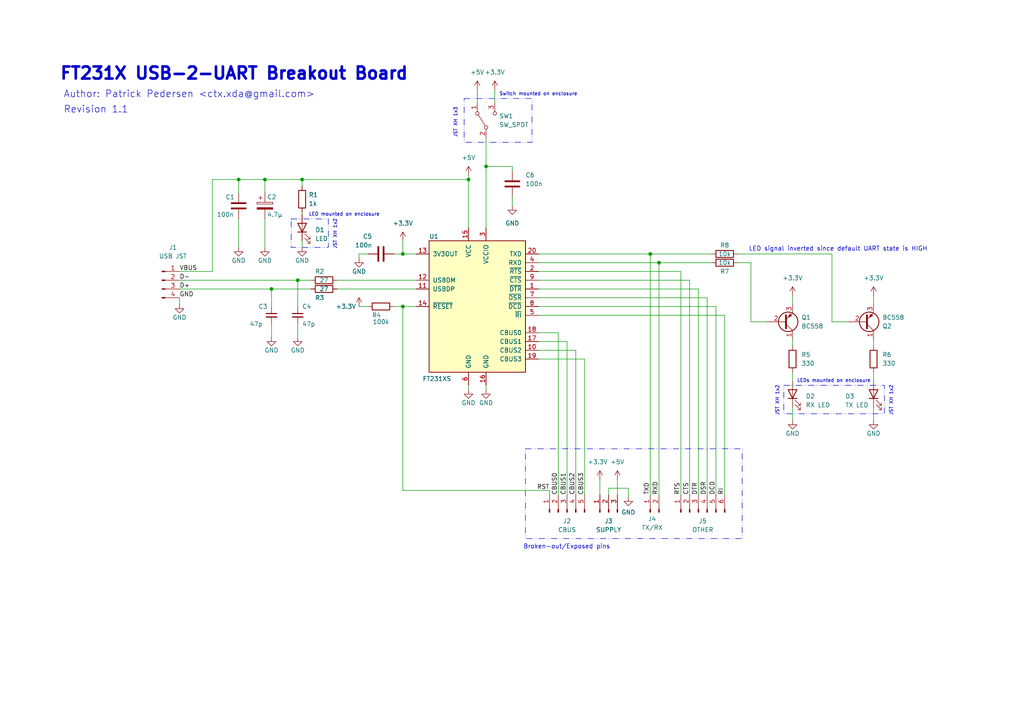
<source format=kicad_sch>
(kicad_sch (version 20230121) (generator eeschema)
  (paper "A4")
  (title_block (title "FT231X USB 2 UART Breakout") (date "2024-02-06") (rev "Rev 1.1") (company "TU-DO Makerspace") (comment 2 "License: CERN-OHL-P") (comment 3 "Email: ctx.xda@gmail.com") (comment 4 "Author: Patrick Pedersen"))
  (lib_symbols
    (symbol "Connector:Conn_01x02_Pin" (pin_names (offset 1.016) hide)
      (property "Reference" "J" (at 0 2.54 0))
      (property "Value" "Conn_01x02_Pin" (at 0 -5.08 0))
      (symbol "Conn_01x02_Pin_1_1"
        (polyline (pts (xy 1.27 -2.54) (xy 0.8636 -2.54)) (stroke (width 0.1524)))
        (polyline (pts (xy 1.27 0) (xy 0.8636 0)) (stroke (width 0.1524)))
        (rectangle (start 0.8636 -2.413) (end 0 -2.667) (stroke (width 0.1524)) (fill (type outline)))
        (rectangle (start 0.8636 0.127) (end 0 -0.127) (stroke (width 0.1524)) (fill (type outline)))
        (pin passive line (at 5.08 0 180) (length 3.81) (name "Pin_1") (number "1"))
        (pin passive line (at 5.08 -2.54 180) (length 3.81) (name "Pin_2") (number "2"))
      )
    )
    (symbol "Connector:Conn_01x03_Pin" (pin_names (offset 1.016) hide)
      (property "Reference" "J" (at 0 5.08 0))
      (property "Value" "Conn_01x03_Pin" (at 0 -5.08 0))
      (symbol "Conn_01x03_Pin_1_1"
        (polyline (pts (xy 1.27 -2.54) (xy 0.8636 -2.54)) (stroke (width 0.1524)))
        (polyline (pts (xy 1.27 0) (xy 0.8636 0)) (stroke (width 0.1524)))
        (polyline (pts (xy 1.27 2.54) (xy 0.8636 2.54)) (stroke (width 0.1524)))
        (rectangle (start 0.8636 -2.413) (end 0 -2.667) (stroke (width 0.1524)) (fill (type outline)))
        (rectangle (start 0.8636 0.127) (end 0 -0.127) (stroke (width 0.1524)) (fill (type outline)))
        (rectangle (start 0.8636 2.667) (end 0 2.413) (stroke (width 0.1524)) (fill (type outline)))
        (pin passive line (at 5.08 2.54 180) (length 3.81) (name "Pin_1") (number "1"))
        (pin passive line (at 5.08 0 180) (length 3.81) (name "Pin_2") (number "2"))
        (pin passive line (at 5.08 -2.54 180) (length 3.81) (name "Pin_3") (number "3"))
      )
    )
    (symbol "Connector:Conn_01x04_Pin" (pin_names (offset 1.016) hide)
      (property "Reference" "J" (at 0 5.08 0))
      (property "Value" "Conn_01x04_Pin" (at 0 -7.62 0))
      (symbol "Conn_01x04_Pin_1_1"
        (polyline (pts (xy 1.27 -5.08) (xy 0.8636 -5.08)) (stroke (width 0.1524)))
        (polyline (pts (xy 1.27 -2.54) (xy 0.8636 -2.54)) (stroke (width 0.1524)))
        (polyline (pts (xy 1.27 0) (xy 0.8636 0)) (stroke (width 0.1524)))
        (polyline (pts (xy 1.27 2.54) (xy 0.8636 2.54)) (stroke (width 0.1524)))
        (rectangle (start 0.8636 -4.953) (end 0 -5.207) (stroke (width 0.1524)) (fill (type outline)))
        (rectangle (start 0.8636 -2.413) (end 0 -2.667) (stroke (width 0.1524)) (fill (type outline)))
        (rectangle (start 0.8636 0.127) (end 0 -0.127) (stroke (width 0.1524)) (fill (type outline)))
        (rectangle (start 0.8636 2.667) (end 0 2.413) (stroke (width 0.1524)) (fill (type outline)))
        (pin passive line (at 5.08 2.54 180) (length 3.81) (name "Pin_1") (number "1"))
        (pin passive line (at 5.08 0 180) (length 3.81) (name "Pin_2") (number "2"))
        (pin passive line (at 5.08 -2.54 180) (length 3.81) (name "Pin_3") (number "3"))
        (pin passive line (at 5.08 -5.08 180) (length 3.81) (name "Pin_4") (number "4"))
      )
    )
    (symbol "Connector:Conn_01x05_Pin" (pin_names (offset 1.016) hide)
      (property "Reference" "J" (at 0 7.62 0))
      (property "Value" "Conn_01x05_Pin" (at 0 -7.62 0))
      (symbol "Conn_01x05_Pin_1_1"
        (polyline (pts (xy 1.27 -5.08) (xy 0.8636 -5.08)) (stroke (width 0.1524)))
        (polyline (pts (xy 1.27 -2.54) (xy 0.8636 -2.54)) (stroke (width 0.1524)))
        (polyline (pts (xy 1.27 0) (xy 0.8636 0)) (stroke (width 0.1524)))
        (polyline (pts (xy 1.27 2.54) (xy 0.8636 2.54)) (stroke (width 0.1524)))
        (polyline (pts (xy 1.27 5.08) (xy 0.8636 5.08)) (stroke (width 0.1524)))
        (rectangle (start 0.8636 -4.953) (end 0 -5.207) (stroke (width 0.1524)) (fill (type outline)))
        (rectangle (start 0.8636 -2.413) (end 0 -2.667) (stroke (width 0.1524)) (fill (type outline)))
        (rectangle (start 0.8636 0.127) (end 0 -0.127) (stroke (width 0.1524)) (fill (type outline)))
        (rectangle (start 0.8636 2.667) (end 0 2.413) (stroke (width 0.1524)) (fill (type outline)))
        (rectangle (start 0.8636 5.207) (end 0 4.953) (stroke (width 0.1524)) (fill (type outline)))
        (pin passive line (at 5.08 5.08 180) (length 3.81) (name "Pin_1") (number "1"))
        (pin passive line (at 5.08 2.54 180) (length 3.81) (name "Pin_2") (number "2"))
        (pin passive line (at 5.08 0 180) (length 3.81) (name "Pin_3") (number "3"))
        (pin passive line (at 5.08 -2.54 180) (length 3.81) (name "Pin_4") (number "4"))
        (pin passive line (at 5.08 -5.08 180) (length 3.81) (name "Pin_5") (number "5"))
      )
    )
    (symbol "Connector:Conn_01x06_Pin" (pin_names (offset 1.016) hide)
      (property "Reference" "J" (at 0 7.62 0))
      (property "Value" "Conn_01x06_Pin" (at 0 -10.16 0))
      (symbol "Conn_01x06_Pin_1_1"
        (polyline (pts (xy 1.27 -7.62) (xy 0.8636 -7.62)) (stroke (width 0.1524)))
        (polyline (pts (xy 1.27 -5.08) (xy 0.8636 -5.08)) (stroke (width 0.1524)))
        (polyline (pts (xy 1.27 -2.54) (xy 0.8636 -2.54)) (stroke (width 0.1524)))
        (polyline (pts (xy 1.27 0) (xy 0.8636 0)) (stroke (width 0.1524)))
        (polyline (pts (xy 1.27 2.54) (xy 0.8636 2.54)) (stroke (width 0.1524)))
        (polyline (pts (xy 1.27 5.08) (xy 0.8636 5.08)) (stroke (width 0.1524)))
        (rectangle (start 0.8636 -7.493) (end 0 -7.747) (stroke (width 0.1524)) (fill (type outline)))
        (rectangle (start 0.8636 -4.953) (end 0 -5.207) (stroke (width 0.1524)) (fill (type outline)))
        (rectangle (start 0.8636 -2.413) (end 0 -2.667) (stroke (width 0.1524)) (fill (type outline)))
        (rectangle (start 0.8636 0.127) (end 0 -0.127) (stroke (width 0.1524)) (fill (type outline)))
        (rectangle (start 0.8636 2.667) (end 0 2.413) (stroke (width 0.1524)) (fill (type outline)))
        (rectangle (start 0.8636 5.207) (end 0 4.953) (stroke (width 0.1524)) (fill (type outline)))
        (pin passive line (at 5.08 5.08 180) (length 3.81) (name "Pin_1") (number "1"))
        (pin passive line (at 5.08 2.54 180) (length 3.81) (name "Pin_2") (number "2"))
        (pin passive line (at 5.08 0 180) (length 3.81) (name "Pin_3") (number "3"))
        (pin passive line (at 5.08 -2.54 180) (length 3.81) (name "Pin_4") (number "4"))
        (pin passive line (at 5.08 -5.08 180) (length 3.81) (name "Pin_5") (number "5"))
        (pin passive line (at 5.08 -7.62 180) (length 3.81) (name "Pin_6") (number "6"))
      )
    )
    (symbol "Device:LED" (pin_numbers hide) (pin_names (offset 1.016) hide)
      (property "Reference" "D" (at 0 2.54 0))
      (property "Value" "LED" (at 0 -2.54 0))
      (symbol "LED_0_1"
        (polyline (pts (xy -1.27 -1.27) (xy -1.27 1.27)) (stroke (width 0.254)))
        (polyline (pts (xy -1.27 0) (xy 1.27 0)))
        (polyline (pts (xy 1.27 -1.27) (xy 1.27 1.27) (xy -1.27 0) (xy 1.27 -1.27)) (stroke (width 0.254)))
        (polyline (pts (xy -3.048 -0.762) (xy -4.572 -2.286) (xy -3.81 -2.286) (xy -4.572 -2.286) (xy -4.572 -1.524)))
        (polyline (pts (xy -1.778 -0.762) (xy -3.302 -2.286) (xy -2.54 -2.286) (xy -3.302 -2.286) (xy -3.302 -1.524)))
      )
      (symbol "LED_1_1"
        (pin passive line (at -3.81 0 0) (length 2.54) (name "K") (number "1"))
        (pin passive line (at 3.81 0 180) (length 2.54) (name "A") (number "2"))
      )
    )
    (symbol "Device:R" (pin_numbers hide) (pin_names (offset 0))
      (property "Reference" "R" (at 2.032 0 90))
      (property "Value" "R" (at 0 0 90))
      (symbol "R_0_1"
        (rectangle (start -1.016 -2.54) (end 1.016 2.54) (stroke (width 0.254)))
      )
      (symbol "R_1_1"
        (pin passive line (at 0 3.81 270) (length 1.27) (name "~") (number "1"))
        (pin passive line (at 0 -3.81 90) (length 1.27) (name "~") (number "2"))
      )
    )
    (symbol "FTDI_FT231XS-U_Breakout-rescue:C" (pin_numbers hide) (pin_names (offset 0.254))
      (property "Reference" "C" (at 0.635 2.54 0))
      (property "Value" "C" (at 0.635 -2.54 0))
      (symbol "C_0_1"
        (polyline (pts (xy -2.032 -0.762) (xy 2.032 -0.762)) (stroke (width 0.508)))
        (polyline (pts (xy -2.032 0.762) (xy 2.032 0.762)) (stroke (width 0.508)))
      )
      (symbol "C_1_1"
        (pin passive line (at 0 3.81 270) (length 2.794) (name "~") (number "1"))
        (pin passive line (at 0 -3.81 90) (length 2.794) (name "~") (number "2"))
      )
    )
    (symbol "FTDI_FT231XS-U_Breakout-rescue:CP" (pin_numbers hide) (pin_names (offset 0.254))
      (property "Reference" "C" (at 0.635 2.54 0))
      (property "Value" "CP" (at 0.635 -2.54 0))
      (symbol "CP_0_1"
        (rectangle (start -2.286 0.508) (end -2.286 1.016))
        (rectangle (start -2.286 0.508) (end 2.286 0.508))
        (polyline (pts (xy -1.778 2.286) (xy -0.762 2.286)))
        (polyline (pts (xy -1.27 2.794) (xy -1.27 1.778)))
        (rectangle (start 2.286 -0.508) (end -2.286 -1.016) (fill (type outline)))
        (rectangle (start 2.286 1.016) (end -2.286 1.016))
        (rectangle (start 2.286 1.016) (end 2.286 0.508))
      )
      (symbol "CP_1_1"
        (pin passive line (at 0 3.81 270) (length 2.794) (name "~") (number "1"))
        (pin passive line (at 0 -3.81 90) (length 2.794) (name "~") (number "2"))
      )
    )
    (symbol "FTDI_FT231XS-U_Breakout-rescue:C_Small" (pin_numbers hide) (pin_names (offset 0.254) hide)
      (property "Reference" "C" (at 0.254 1.778 0))
      (property "Value" "C_Small" (at 0.254 -2.032 0))
      (symbol "C_Small_0_1"
        (polyline (pts (xy -1.524 -0.508) (xy 1.524 -0.508)) (stroke (width 0.3302)))
        (polyline (pts (xy -1.524 0.508) (xy 1.524 0.508)) (stroke (width 0.3048)))
      )
      (symbol "C_Small_1_1"
        (pin passive line (at 0 2.54 270) (length 1.905) (name "~") (number "1"))
        (pin passive line (at 0 -2.54 90) (length 2.032) (name "~") (number "2"))
      )
    )
    (symbol "FTDI_FT231XS-U_Breakout-rescue:FT231XS" (pin_names (offset 1.016))
      (property "Reference" "U" (at -13.97 20.32 0))
      (property "Value" "FT231XS" (at 7.62 20.32 0))
      (property "Footprint" "SSOP-20" (at 0 0 0))
      (symbol "FT231XS_0_1"
        (rectangle (start -13.97 19.05) (end 13.97 -19.05) (stroke (width 0.254)) (fill (type background)))
      )
      (symbol "FT231XS_1_1"
        (pin output line (at 17.78 5.08 180) (length 3.81) (name "~{DTR}") (number "1"))
        (pin bidirectional line (at 17.78 -12.7 180) (length 3.81) (name "CBUS2") (number "10"))
        (pin bidirectional line (at -17.78 5.08 0) (length 3.81) (name "USBDP") (number "11"))
        (pin bidirectional line (at -17.78 7.62 0) (length 3.81) (name "USBDM") (number "12"))
        (pin power_out line (at -17.78 15.24 0) (length 3.81) (name "3V3OUT") (number "13"))
        (pin input line (at -17.78 0 0) (length 3.81) (name "~{RESET}") (number "14"))
        (pin power_in line (at -2.54 22.86 270) (length 3.81) (name "VCC") (number "15"))
        (pin power_in line (at 2.54 -22.86 90) (length 3.81) (name "GND") (number "16"))
        (pin bidirectional line (at 17.78 -10.16 180) (length 3.81) (name "CBUS1") (number "17"))
        (pin bidirectional line (at 17.78 -7.62 180) (length 3.81) (name "CBUS0") (number "18"))
        (pin bidirectional line (at 17.78 -15.24 180) (length 3.81) (name "CBUS3") (number "19"))
        (pin input line (at 17.78 10.16 180) (length 3.81) (name "~{RTS}") (number "2"))
        (pin output line (at 17.78 15.24 180) (length 3.81) (name "TXD") (number "20"))
        (pin power_in line (at 2.54 22.86 270) (length 3.81) (name "VCCIO") (number "3"))
        (pin input line (at 17.78 12.7 180) (length 3.81) (name "RXD") (number "4"))
        (pin input line (at 17.78 -2.54 180) (length 3.81) (name "~{RI}") (number "5"))
        (pin power_in line (at -2.54 -22.86 90) (length 3.81) (name "GND") (number "6"))
        (pin output line (at 17.78 2.54 180) (length 3.81) (name "~{DSR}") (number "7"))
        (pin input line (at 17.78 0 180) (length 3.81) (name "~{DCD}") (number "8"))
        (pin input line (at 17.78 7.62 180) (length 3.81) (name "~{CTS}") (number "9"))
      )
    )
    (symbol "FTDI_FT231XS-U_Breakout-rescue:GND" (power) (pin_names (offset 0))
      (property "Value" "GND" (at 0 -3.81 0))
      (symbol "GND_0_1"
        (polyline (pts (xy 0 0) (xy 0 -1.27) (xy 1.27 -1.27) (xy 0 -2.54) (xy -1.27 -1.27) (xy 0 -1.27)))
      )
      (symbol "GND_1_1"
        (pin power_in line (at 0 0 270) (length 0) hide (name "GND") (number "1"))
      )
    )
    (symbol "FTDI_FT231XS-U_Breakout-rescue:R" (pin_numbers hide) (pin_names (offset 0))
      (property "Reference" "R" (at 2.032 0 90))
      (property "Value" "R" (at 0 0 90))
      (symbol "R_0_1"
        (rectangle (start -1.016 -2.54) (end 1.016 2.54) (stroke (width 0.254)))
      )
      (symbol "R_1_1"
        (pin passive line (at 0 3.81 270) (length 1.27) (name "~") (number "1"))
        (pin passive line (at 0 -3.81 90) (length 1.27) (name "~") (number "2"))
      )
    )
    (symbol "Switch:SW_SPDT" (pin_names (offset 0) hide)
      (property "Reference" "SW" (at 0 4.318 0))
      (property "Value" "SW_SPDT" (at 0 -5.08 0))
      (symbol "SW_SPDT_0_0"
        (circle (center -2.032 0) (radius 0.508))
        (circle (center 2.032 -2.54) (radius 0.508))
      )
      (symbol "SW_SPDT_0_1"
        (polyline (pts (xy -1.524 0.254) (xy 1.651 2.286)))
        (circle (center 2.032 2.54) (radius 0.508))
      )
      (symbol "SW_SPDT_1_1"
        (pin passive line (at 5.08 2.54 180) (length 2.54) (name "A") (number "1"))
        (pin passive line (at -5.08 0 0) (length 2.54) (name "B") (number "2"))
        (pin passive line (at 5.08 -2.54 180) (length 2.54) (name "C") (number "3"))
      )
    )
    (symbol "Transistor_BJT:BC558" (pin_names (offset 0) hide)
      (property "Reference" "Q" (at 5.08 1.905 0))
      (property "Value" "BC558" (at 5.08 0 0))
      (symbol "BC558_0_1"
        (polyline (pts (xy 0.635 0.635) (xy 2.54 2.54)))
        (polyline (pts (xy 0.635 -0.635) (xy 2.54 -2.54) (xy 2.54 -2.54)))
        (polyline (pts (xy 0.635 1.905) (xy 0.635 -1.905) (xy 0.635 -1.905)) (stroke (width 0.508)))
        (polyline (pts (xy 2.286 -1.778) (xy 1.778 -2.286) (xy 1.27 -1.27) (xy 2.286 -1.778) (xy 2.286 -1.778)) (fill (type outline)))
        (circle (center 1.27 0) (radius 2.8194) (stroke (width 0.254)))
      )
      (symbol "BC558_1_1"
        (pin passive line (at 2.54 5.08 270) (length 2.54) (name "C") (number "1"))
        (pin input line (at -5.08 0 0) (length 5.715) (name "B") (number "2"))
        (pin passive line (at 2.54 -5.08 90) (length 2.54) (name "E") (number "3"))
      )
    )
    (symbol "power:+3.3V" (power) (pin_names (offset 0))
      (property "Value" "+3.3V" (at 0 3.556 0))
      (symbol "+3.3V_0_1"
        (polyline (pts (xy -0.762 1.27) (xy 0 2.54)))
        (polyline (pts (xy 0 0) (xy 0 2.54)))
        (polyline (pts (xy 0 2.54) (xy 0.762 1.27)))
      )
      (symbol "+3.3V_1_1"
        (pin power_in line (at 0 0 90) (length 0) hide (name "+3.3V") (number "1"))
      )
    )
    (symbol "power:+5V" (power) (pin_names (offset 0))
      (property "Value" "+5V" (at 0 3.556 0))
      (symbol "+5V_0_1"
        (polyline (pts (xy -0.762 1.27) (xy 0 2.54)))
        (polyline (pts (xy 0 0) (xy 0 2.54)))
        (polyline (pts (xy 0 2.54) (xy 0.762 1.27)))
      )
      (symbol "+5V_1_1"
        (pin power_in line (at 0 0 90) (length 0) hide (name "+5V") (number "1"))
      )
    )
    (symbol "power:GND" (power) (pin_names (offset 0))
      (property "Value" "GND" (at 0 -3.81 0))
      (symbol "GND_0_1"
        (polyline (pts (xy 0 0) (xy 0 -1.27) (xy 1.27 -1.27) (xy 0 -2.54) (xy -1.27 -1.27) (xy 0 -1.27)))
      )
      (symbol "GND_1_1"
        (pin power_in line (at 0 0 270) (length 0) hide (name "GND") (number "1"))
      )
    )
  )
  (junction (at 116.84 88.9))
  (junction (at 140.97 48.26))
  (junction (at 188.595 73.66))
  (junction (at 86.36 81.28))
  (junction (at 78.74 83.82))
  (junction (at 135.89 52.07))
  (junction (at 69.215 52.07))
  (junction (at 87.63 52.07))
  (junction (at 116.84 73.66))
  (junction (at 191.135 76.2))
  (junction (at 76.835 52.07))
  (wire (pts (xy 217.805 93.345) (xy 222.25 93.345)))
  (wire (pts (xy 156.21 99.06) (xy 164.465 99.06)))
  (wire (pts (xy 104.14 88.9) (xy 106.68 88.9)))
  (wire (pts (xy 159.385 142.24) (xy 116.84 142.24)))
  (wire (pts (xy 197.485 78.74) (xy 197.485 143.51)))
  (wire (pts (xy 253.365 98.425) (xy 253.365 100.33)))
  (wire (pts (xy 52.07 83.82) (xy 78.74 83.82)))
  (wire (pts (xy 205.105 86.36) (xy 205.105 143.51)))
  (wire (pts (xy 61.595 52.07) (xy 69.215 52.07)))
  (wire (pts (xy 167.005 101.6) (xy 167.005 143.51)))
  (wire (pts (xy 176.53 141.605) (xy 182.245 141.605)))
  (wire (pts (xy 182.245 141.605) (xy 182.245 144.145)))
  (wire (pts (xy 156.21 76.2) (xy 191.135 76.2)))
  (wire (pts (xy 140.97 48.26) (xy 148.59 48.26)))
  (wire (pts (xy 156.21 88.9) (xy 207.645 88.9)))
  (wire (pts (xy 86.36 81.28) (xy 90.17 81.28)))
  (wire (pts (xy 191.135 76.2) (xy 206.375 76.2)))
  (wire (pts (xy 87.63 52.07) (xy 135.89 52.07)))
  (wire (pts (xy 156.21 86.36) (xy 205.105 86.36)))
  (wire (pts (xy 188.595 73.66) (xy 206.375 73.66)))
  (wire (pts (xy 76.835 52.07) (xy 87.63 52.07)))
  (wire (pts (xy 241.3 73.66) (xy 241.3 93.345)))
  (wire (pts (xy 52.07 81.28) (xy 86.36 81.28)))
  (wire (pts (xy 202.565 83.82) (xy 202.565 143.51)))
  (wire (pts (xy 156.21 73.66) (xy 188.595 73.66)))
  (wire (pts (xy 241.3 93.345) (xy 245.745 93.345)))
  (wire (pts (xy 135.89 52.07) (xy 135.89 66.04)))
  (wire (pts (xy 87.63 69.85) (xy 87.63 71.755)))
  (wire (pts (xy 229.87 98.425) (xy 229.87 100.33)))
  (wire (pts (xy 97.79 81.28) (xy 120.65 81.28)))
  (wire (pts (xy 76.835 63.5) (xy 76.835 71.755)))
  (wire (pts (xy 169.545 104.14) (xy 169.545 143.51)))
  (wire (pts (xy 52.07 86.36) (xy 52.07 88.265)))
  (wire (pts (xy 116.84 88.9) (xy 120.65 88.9)))
  (wire (pts (xy 78.74 93.98) (xy 78.74 97.79)))
  (wire (pts (xy 86.36 93.98) (xy 86.36 97.79)))
  (wire (pts (xy 229.87 118.11) (xy 229.87 121.92)))
  (wire (pts (xy 138.43 26.035) (xy 138.43 29.845)))
  (wire (pts (xy 156.21 81.28) (xy 200.025 81.28)))
  (wire (pts (xy 253.365 107.95) (xy 253.365 110.49)))
  (wire (pts (xy 114.3 73.66) (xy 116.84 73.66)))
  (wire (pts (xy 148.59 57.15) (xy 148.59 59.69)))
  (wire (pts (xy 156.21 78.74) (xy 197.485 78.74)))
  (wire (pts (xy 78.74 83.82) (xy 90.17 83.82)))
  (wire (pts (xy 116.84 69.85) (xy 116.84 73.66)))
  (wire (pts (xy 173.99 139.065) (xy 173.99 143.51)))
  (wire (pts (xy 143.51 26.035) (xy 143.51 29.845)))
  (wire (pts (xy 188.595 73.66) (xy 188.595 143.51)))
  (wire (pts (xy 148.59 48.26) (xy 148.59 49.53)))
  (wire (pts (xy 253.365 118.11) (xy 253.365 121.92)))
  (wire (pts (xy 213.995 73.66) (xy 241.3 73.66)))
  (wire (pts (xy 69.215 52.07) (xy 69.215 55.88)))
  (wire (pts (xy 87.63 61.595) (xy 87.63 62.23)))
  (wire (pts (xy 135.89 50.8) (xy 135.89 52.07)))
  (wire (pts (xy 140.97 48.26) (xy 140.97 66.04)))
  (wire (pts (xy 114.3 88.9) (xy 116.84 88.9)))
  (wire (pts (xy 229.87 85.725) (xy 229.87 88.265)))
  (wire (pts (xy 207.645 88.9) (xy 207.645 143.51)))
  (wire (pts (xy 200.025 81.28) (xy 200.025 143.51)))
  (wire (pts (xy 229.87 107.95) (xy 229.87 110.49)))
  (wire (pts (xy 116.84 142.24) (xy 116.84 88.9)))
  (wire (pts (xy 86.36 81.28) (xy 86.36 88.9)))
  (wire (pts (xy 164.465 99.06) (xy 164.465 143.51)))
  (wire (pts (xy 156.21 91.44) (xy 210.185 91.44)))
  (wire (pts (xy 61.595 78.74) (xy 61.595 52.07)))
  (wire (pts (xy 176.53 143.51) (xy 176.53 141.605)))
  (wire (pts (xy 156.21 96.52) (xy 161.925 96.52)))
  (wire (pts (xy 52.07 78.74) (xy 61.595 78.74)))
  (wire (pts (xy 161.925 96.52) (xy 161.925 143.51)))
  (wire (pts (xy 116.84 73.66) (xy 120.65 73.66)))
  (wire (pts (xy 78.74 83.82) (xy 78.74 88.9)))
  (wire (pts (xy 69.215 63.5) (xy 69.215 71.755)))
  (wire (pts (xy 156.21 104.14) (xy 169.545 104.14)))
  (wire (pts (xy 140.97 111.76) (xy 140.97 113.03)))
  (wire (pts (xy 156.21 101.6) (xy 167.005 101.6)))
  (wire (pts (xy 159.385 143.51) (xy 159.385 142.24)))
  (wire (pts (xy 97.79 83.82) (xy 120.65 83.82)))
  (wire (pts (xy 253.365 85.725) (xy 253.365 88.265)))
  (wire (pts (xy 104.14 73.66) (xy 106.68 73.66)))
  (wire (pts (xy 156.21 83.82) (xy 202.565 83.82)))
  (wire (pts (xy 191.135 76.2) (xy 191.135 143.51)))
  (wire (pts (xy 140.97 40.005) (xy 140.97 48.26)))
  (wire (pts (xy 76.835 52.07) (xy 76.835 55.88)))
  (wire (pts (xy 104.14 74.93) (xy 104.14 73.66)))
  (wire (pts (xy 69.215 52.07) (xy 76.835 52.07)))
  (wire (pts (xy 210.185 91.44) (xy 210.185 143.51)))
  (wire (pts (xy 179.07 139.065) (xy 179.07 143.51)))
  (wire (pts (xy 87.63 52.07) (xy 87.63 53.975)))
  (wire (pts (xy 135.89 111.76) (xy 135.89 113.03)))
  (wire (pts (xy 213.995 76.2) (xy 217.805 76.2)))
  (wire (pts (xy 217.805 76.2) (xy 217.805 93.345)))
  (rectangle (start 84.455 63.5) (end 95.25 71.755) (stroke (width 0) (type dash_dot_dot)))
  (rectangle (start 152.4 130.175) (end 215.265 156.21) (stroke (width 0) (type dash_dot_dot)))
  (rectangle (start 134.62 28.575) (end 154.305 41.275) (stroke (width 0) (type dash_dot_dot)))
  (rectangle (start 227.33 111.76) (end 256.54 120.015) (stroke (width 0) (type dash_dot_dot)))
  (text "FT231X USB-2-UART Breakout Board" (at 17.145 23.495 0) (effects (font (size 3.5 3.5) (thickness 0.76) bold) (justify left bottom)))
  (text "JST XH 1x2" (at 259.08 111.76 90) (effects (font (size 1 1)) (justify right bottom)))
  (text "Broken-out/Exposed pins" (at 151.765 159.385 0) (effects (font (size 1.27 1.27)) (justify left bottom)))
  (text "LED mounted on enclosure" (at 89.535 62.865 0) (effects (font (size 1 1)) (justify left bottom)))
  (text "LED signal inverted since default UART state is HIGH" (at 217.17 73.025 0) (effects (font (size 1.27 1.27)) (justify left bottom)))
  (text "JST XH 1x2" (at 226.06 111.76 90) (effects (font (size 1 1)) (justify right bottom)))
  (text "JST XH 1x3" (at 132.715 31.115 90) (effects (font (size 1 1)) (justify right bottom)))
  (text "Switch mounted on enclosure" (at 144.78 27.94 0) (effects (font (size 1 1)) (justify left bottom)))
  (text "LEDs mounted on enclosure" (at 231.14 111.125 0) (effects (font (size 1 1)) (justify left bottom)))
  (text "Revision 1.1" (at 18.415 33.02 0) (effects (font (size 2 2)) (justify left bottom)))
  (text "JST XH 1x2" (at 97.79 63.5 90) (effects (font (size 1 1)) (justify right bottom)))
  (text "Author: Patrick Pedersen <ctx.xda@gmail.com>" (at 18.415 28.575 0) (effects (font (size 2 2)) (justify left bottom)))
  (label "CBUS0" (at 161.925 143.51 90))
  (label "GND" (at 52.07 86.36 0))
  (label "CBUS2" (at 167.005 143.51 90))
  (label "CBUS3" (at 169.545 143.51 90))
  (label "DCD" (at 207.645 143.51 90))
  (label "CTS" (at 200.025 143.51 90))
  (label "RI" (at 210.185 143.51 90))
  (label "DSR" (at 205.105 143.51 90))
  (label "VBUS" (at 52.07 78.74 0))
  (label "RST" (at 159.385 142.24 180))
  (label "RTS" (at 197.485 143.51 90))
  (label "D-" (at 52.07 81.28 0))
  (label "DTR" (at 202.565 143.51 90))
  (label "D+" (at 52.07 83.82 0))
  (label "TXD" (at 188.595 143.51 90))
  (label "CBUS1" (at 164.465 143.51 90))
  (label "RXD" (at 191.135 143.51 90))
  (symbol (lib_id "Device:LED") (at 229.87 114.3 90) (unit 1)
    (property "Reference" "D2" (at 233.68 114.935 90) (effects (justify right)))
    (property "Value" "RX LED" (at 233.68 117.475 90) (effects (justify right)))
    (property "Footprint" "Connector_JST:JST_XH_B2B-XH-A_1x02_P2.50mm_Vertical" (effects hide))
  )
  (symbol (lib_id "FTDI_FT231XS-U_Breakout-rescue:GND") (at 69.215 71.755 0) (unit 1)
    (property "Reference" "#PWR02" (effects hide))
    (property "Value" "GND" (at 69.215 75.565 0))
  )
  (symbol (lib_id "power:+3.3V") (at 104.14 88.9 0) (unit 1)
    (property "Reference" "#PWR08" (effects hide))
    (property "Value" "+3.3V" (at 100.33 88.9 0))
  )
  (symbol (lib_id "FTDI_FT231XS-U_Breakout-rescue:GND") (at 253.365 121.92 0) (unit 1)
    (property "Reference" "#PWR022" (effects hide))
    (property "Value" "GND" (at 253.365 125.73 0))
  )
  (symbol (lib_id "FTDI_FT231XS-U_Breakout-rescue:GND") (at 78.74 97.79 0) (unit 1)
    (property "Reference" "#PWR04" (effects hide))
    (property "Value" "GND" (at 78.74 101.6 0))
  )
  (symbol (lib_id "Device:R") (at 87.63 57.785 0) (unit 1)
    (property "Reference" "R1" (at 89.535 56.515 0) (effects (justify left)))
    (property "Value" "1k" (at 89.535 59.055 0) (effects (justify left)))
    (property "Footprint" "Resistor_THT:R_Axial_DIN0207_L6.3mm_D2.5mm_P7.62mm_Horizontal" (effects hide))
  )
  (symbol (lib_id "FTDI_FT231XS-U_Breakout-rescue:GND") (at 148.59 59.69 0) (unit 1)
    (property "Reference" "#PWR015" (effects hide))
    (property "Value" "GND" (at 148.59 64.77 0))
  )
  (symbol (lib_id "FTDI_FT231XS-U_Breakout-rescue:GND") (at 229.87 121.92 0) (unit 1)
    (property "Reference" "#PWR020" (effects hide))
    (property "Value" "GND" (at 229.87 125.73 0))
  )
  (symbol (lib_id "FTDI_FT231XS-U_Breakout-rescue:GND") (at 140.97 113.03 0) (unit 1)
    (property "Reference" "#PWR013" (effects hide))
    (property "Value" "GND" (at 140.97 116.84 0))
  )
  (symbol (lib_id "Device:LED") (at 253.365 114.3 90) (unit 1)
    (property "Reference" "D3" (at 245.11 114.935 90) (effects (justify right)))
    (property "Value" "TX LED" (at 245.11 117.475 90) (effects (justify right)))
    (property "Footprint" "Connector_JST:JST_XH_B2B-XH-A_1x02_P2.50mm_Vertical" (effects hide))
  )
  (symbol (lib_id "Connector:Conn_01x02_Pin") (at 188.595 148.59 90) (unit 1)
    (property "Reference" "J4" (at 187.96 150.495 90) (effects (justify right)))
    (property "Value" "TX/RX" (at 186.055 153.035 90) (effects (justify right)))
    (property "Footprint" "Connector_PinHeader_2.54mm:PinHeader_1x02_P2.54mm_Horizontal" (effects hide))
  )
  (symbol (lib_id "FTDI_FT231XS-U_Breakout-rescue:FT231XS") (at 138.43 88.9 0) (unit 1)
    (property "Reference" "U1" (at 124.46 68.58 0) (effects (justify left)))
    (property "Value" "FT231XS" (at 122.555 109.855 0) (effects (justify left)))
    (property "Footprint" "Breakout:FTDI231X_Breakout" (effects hide))
  )
  (symbol (lib_id "Device:R") (at 253.365 104.14 0) (unit 1)
    (property "Reference" "R6" (at 255.905 102.87 0) (effects (justify left)))
    (property "Value" "330" (at 255.905 105.41 0) (effects (justify left)))
    (property "Footprint" "Resistor_THT:R_Axial_DIN0207_L6.3mm_D2.5mm_P7.62mm_Horizontal" (effects hide))
  )
  (symbol (lib_id "power:+3.3V") (at 143.51 26.035 0) (unit 1)
    (property "Reference" "#PWR014" (effects hide))
    (property "Value" "+3.3V" (at 143.51 20.955 0))
  )
  (symbol (lib_id "power:+3.3V") (at 116.84 69.85 0) (unit 1)
    (property "Reference" "#PWR09" (effects hide))
    (property "Value" "+3.3V" (at 116.84 64.77 0))
  )
  (symbol (lib_id "FTDI_FT231XS-U_Breakout-rescue:CP") (at 76.835 59.69 0) (unit 1)
    (property "Reference" "C2" (at 77.47 57.15 0) (effects (justify left)))
    (property "Value" "4.7µ" (at 77.47 62.23 0) (effects (justify left)))
    (property "Footprint" "Capacitor_THT:CP_Radial_D5.0mm_P2.00mm" (effects hide))
  )
  (symbol (lib_id "FTDI_FT231XS-U_Breakout-rescue:R") (at 93.98 81.28 270) (unit 1)
    (property "Reference" "R2" (at 92.71 78.74 90))
    (property "Value" "27" (at 93.98 81.28 90))
    (property "Footprint" "Resistor_THT:R_Axial_DIN0207_L6.3mm_D2.5mm_P7.62mm_Horizontal" (effects hide))
  )
  (symbol (lib_id "FTDI_FT231XS-U_Breakout-rescue:C") (at 69.215 59.69 0) (unit 1)
    (property "Reference" "C1" (at 65.405 57.15 0) (effects (justify left)))
    (property "Value" "100n" (at 62.865 62.23 0) (effects (justify left)))
    (property "Footprint" "Capacitor_THT:C_Disc_D3.0mm_W2.0mm_P2.50mm" (effects hide))
  )
  (symbol (lib_id "power:GND") (at 182.245 144.145 0) (unit 1)
    (property "Reference" "#PWR018" (effects hide))
    (property "Value" "GND" (at 182.245 148.59 0))
  )
  (symbol (lib_id "Device:R") (at 210.185 76.2 90) (mirror x) (unit 1)
    (property "Reference" "R7" (at 210.185 78.74 90))
    (property "Value" "10k" (at 210.185 76.2 90))
    (property "Footprint" "Resistor_THT:R_Axial_DIN0207_L6.3mm_D2.5mm_P7.62mm_Horizontal" (effects hide))
  )
  (symbol (lib_id "Connector:Conn_01x05_Pin") (at 164.465 148.59 90) (unit 1)
    (property "Reference" "J2" (at 164.465 151.13 90))
    (property "Value" "CBUS" (at 164.465 153.67 90))
    (property "Footprint" "Connector_PinHeader_2.54mm:PinHeader_1x05_P2.54mm_Horizontal" (effects hide))
  )
  (symbol (lib_id "Connector:Conn_01x04_Pin") (at 46.99 81.28 0) (unit 1)
    (property "Reference" "J1" (at 50.165 71.755 0))
    (property "Value" "USB JST" (at 50.165 74.295 0))
    (property "Footprint" "Connector_JST:JST_XH_B4B-XH-A_1x04_P2.50mm_Vertical" (effects hide))
  )
  (symbol (lib_id "Transistor_BJT:BC558") (at 227.33 93.345 0) (mirror x) (unit 1)
    (property "Reference" "Q1" (at 232.41 92.075 0) (effects (justify left)))
    (property "Value" "BC558" (at 232.41 94.615 0) (effects (justify left)))
    (property "Footprint" "Package_TO_SOT_THT:TO-92_HandSolder" (effects hide))
    (property "Datasheet" "https://www.onsemi.com/pub/Collateral/BC556BTA-D.pdf" (effects hide))
  )
  (symbol (lib_id "FTDI_FT231XS-U_Breakout-rescue:GND") (at 104.14 74.93 0) (unit 1)
    (property "Reference" "#PWR07" (effects hide))
    (property "Value" "GND" (at 104.14 78.74 0))
  )
  (symbol (lib_id "Device:LED") (at 87.63 66.04 90) (unit 1)
    (property "Reference" "D1" (at 91.44 66.675 90) (effects (justify right)))
    (property "Value" "LED" (at 91.44 69.215 90) (effects (justify right)))
    (property "Footprint" "Connector_JST:JST_XH_B2B-XH-A_1x02_P2.50mm_Vertical" (effects hide))
  )
  (symbol (lib_id "power:+5V") (at 135.89 50.8 0) (unit 1)
    (property "Reference" "#PWR010" (effects hide))
    (property "Value" "+5V" (at 135.89 45.72 0))
  )
  (symbol (lib_id "FTDI_FT231XS-U_Breakout-rescue:GND") (at 135.89 113.03 0) (unit 1)
    (property "Reference" "#PWR011" (effects hide))
    (property "Value" "GND" (at 135.89 116.84 0))
  )
  (symbol (lib_id "FTDI_FT231XS-U_Breakout-rescue:C_Small") (at 86.36 91.44 0) (unit 1)
    (property "Reference" "C4" (at 87.63 88.9 0) (effects (justify left)))
    (property "Value" "47p" (at 87.63 93.98 0) (effects (justify left)))
    (property "Footprint" "Capacitor_THT:C_Disc_D3.0mm_W2.0mm_P2.50mm" (effects hide))
  )
  (symbol (lib_id "Switch:SW_SPDT") (at 140.97 34.925 90) (unit 1)
    (property "Reference" "SW1" (at 144.78 33.655 90) (effects (justify right)))
    (property "Value" "SW_SPDT" (at 144.78 36.195 90) (effects (justify right)))
    (property "Footprint" "Connector_JST:JST_XH_B3B-XH-A_1x03_P2.50mm_Vertical" (effects hide))
  )
  (symbol (lib_id "FTDI_FT231XS-U_Breakout-rescue:R") (at 93.98 83.82 270) (mirror x) (unit 1)
    (property "Reference" "R3" (at 92.71 86.36 90))
    (property "Value" "27" (at 93.98 83.82 90))
    (property "Footprint" "Resistor_THT:R_Axial_DIN0207_L6.3mm_D2.5mm_P7.62mm_Horizontal" (effects hide))
  )
  (symbol (lib_id "FTDI_FT231XS-U_Breakout-rescue:GND") (at 52.07 88.265 0) (unit 1)
    (property "Reference" "#PWR01" (effects hide))
    (property "Value" "GND" (at 52.07 92.075 0))
  )
  (symbol (lib_id "FTDI_FT231XS-U_Breakout-rescue:C") (at 110.49 73.66 90) (unit 1)
    (property "Reference" "C5" (at 107.95 68.58 90) (effects (justify left)))
    (property "Value" "100n" (at 107.95 71.12 90) (effects (justify left)))
    (property "Footprint" "Capacitor_THT:C_Disc_D3.0mm_W2.0mm_P2.50mm" (effects hide))
  )
  (symbol (lib_id "power:+3.3V") (at 229.87 85.725 0) (unit 1)
    (property "Reference" "#PWR019" (effects hide))
    (property "Value" "+3.3V" (at 229.87 80.645 0))
  )
  (symbol (lib_id "power:+3.3V") (at 253.365 85.725 0) (unit 1)
    (property "Reference" "#PWR021" (effects hide))
    (property "Value" "+3.3V" (at 253.365 80.645 0))
  )
  (symbol (lib_id "FTDI_FT231XS-U_Breakout-rescue:GND") (at 87.63 71.755 0) (unit 1)
    (property "Reference" "#PWR06" (effects hide))
    (property "Value" "GND" (at 87.63 75.565 0))
  )
  (symbol (lib_id "FTDI_FT231XS-U_Breakout-rescue:C") (at 148.59 53.34 0) (unit 1)
    (property "Reference" "C6" (at 152.4 50.8 0) (effects (justify left)))
    (property "Value" "100n" (at 152.4 53.34 0) (effects (justify left)))
    (property "Footprint" "Capacitor_THT:C_Disc_D3.0mm_W2.0mm_P2.50mm" (effects hide))
  )
  (symbol (lib_id "Connector:Conn_01x06_Pin") (at 202.565 148.59 90) (unit 1)
    (property "Reference" "J5" (at 203.835 151.13 90))
    (property "Value" "OTHER" (at 203.835 153.67 90))
    (property "Footprint" "Connector_PinHeader_2.54mm:PinHeader_1x06_P2.54mm_Horizontal" (effects hide))
  )
  (symbol (lib_id "FTDI_FT231XS-U_Breakout-rescue:GND") (at 86.36 97.79 0) (unit 1)
    (property "Reference" "#PWR05" (effects hide))
    (property "Value" "GND" (at 86.36 101.6 0))
  )
  (symbol (lib_id "power:+5V") (at 138.43 26.035 0) (unit 1)
    (property "Reference" "#PWR012" (effects hide))
    (property "Value" "+5V" (at 138.43 20.955 0))
  )
  (symbol (lib_id "FTDI_FT231XS-U_Breakout-rescue:GND") (at 76.835 71.755 0) (unit 1)
    (property "Reference" "#PWR03" (effects hide))
    (property "Value" "GND" (at 76.835 75.565 0))
  )
  (symbol (lib_id "power:+3.3V") (at 173.99 139.065 0) (unit 1)
    (property "Reference" "#PWR017" (effects hide))
    (property "Value" "+3.3V" (at 173.355 133.985 0))
  )
  (symbol (lib_id "Device:R") (at 210.185 73.66 90) (unit 1)
    (property "Reference" "R8" (at 210.185 71.12 90))
    (property "Value" "10k" (at 210.185 73.66 90))
    (property "Footprint" "Resistor_THT:R_Axial_DIN0207_L6.3mm_D2.5mm_P7.62mm_Horizontal" (effects hide))
  )
  (symbol (lib_id "Connector:Conn_01x03_Pin") (at 176.53 148.59 90) (unit 1)
    (property "Reference" "J3" (at 176.53 151.13 90))
    (property "Value" "SUPPLY" (at 176.53 153.67 90))
    (property "Footprint" "Connector_PinHeader_2.54mm:PinHeader_1x03_P2.54mm_Horizontal" (effects hide))
  )
  (symbol (lib_id "FTDI_FT231XS-U_Breakout-rescue:C_Small") (at 78.74 91.44 0) (unit 1)
    (property "Reference" "C3" (at 74.93 88.9 0) (effects (justify left)))
    (property "Value" "47p" (at 72.39 93.98 0) (effects (justify left)))
    (property "Footprint" "Capacitor_THT:C_Disc_D3.0mm_W2.0mm_P2.50mm" (effects hide))
  )
  (symbol (lib_id "Device:R") (at 229.87 104.14 0) (unit 1)
    (property "Reference" "R5" (at 232.41 102.87 0) (effects (justify left)))
    (property "Value" "330" (at 232.41 105.41 0) (effects (justify left)))
    (property "Footprint" "Resistor_THT:R_Axial_DIN0207_L6.3mm_D2.5mm_P7.62mm_Horizontal" (effects hide))
  )
  (symbol (lib_id "Transistor_BJT:BC558") (at 250.825 93.345 0) (mirror x) (unit 1)
    (property "Reference" "Q2" (at 255.905 94.615 0) (effects (justify left)))
    (property "Value" "BC558" (at 255.905 92.075 0) (effects (justify left)))
    (property "Footprint" "Package_TO_SOT_THT:TO-92_HandSolder" (effects hide))
    (property "Datasheet" "https://www.onsemi.com/pub/Collateral/BC556BTA-D.pdf" (effects hide))
  )
  (symbol (lib_id "FTDI_FT231XS-U_Breakout-rescue:R") (at 110.49 88.9 270) (mirror x) (unit 1)
    (property "Reference" "R4" (at 109.22 91.44 90))
    (property "Value" "100k" (at 110.49 93.345 90))
    (property "Footprint" "Resistor_THT:R_Axial_DIN0207_L6.3mm_D2.5mm_P7.62mm_Horizontal" (effects hide))
  )
  (symbol (lib_id "power:+5V") (at 179.07 139.065 0) (unit 1)
    (property "Reference" "#PWR016" (effects hide))
    (property "Value" "+5V" (at 179.07 133.985 0))
  )
)
</source>
